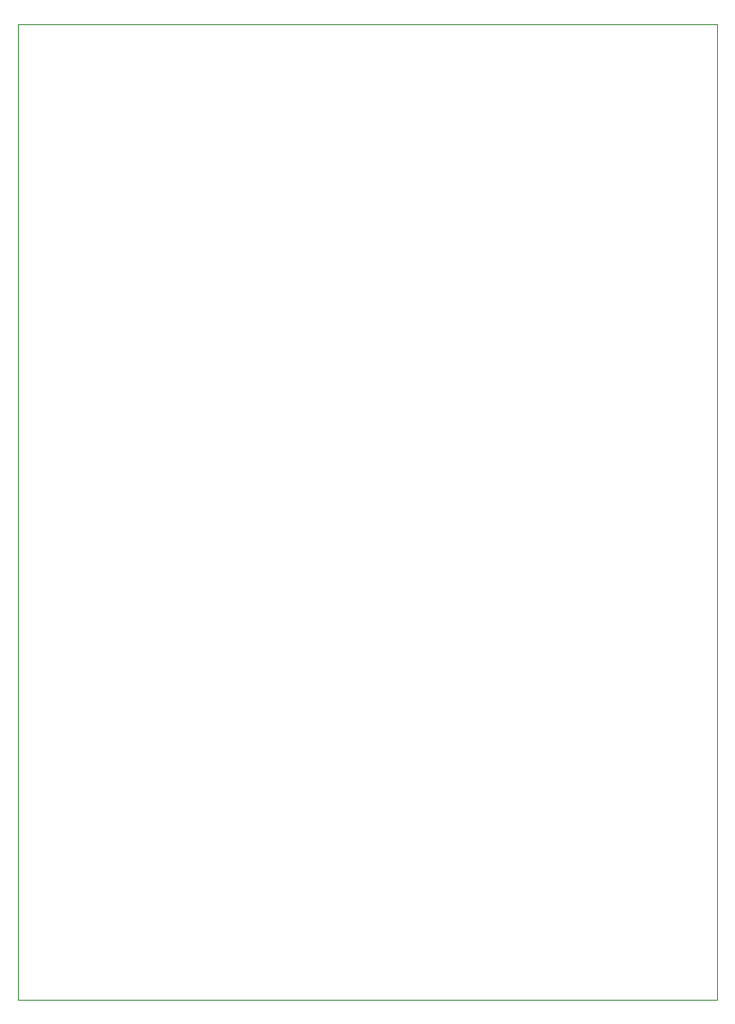
<source format=gbr>
G04 Layer_Color=0*
%FSLAX24Y24*%
%MOIN*%
%TF.FileFunction,Profile,NP*%
%TF.Part,Single*%
G01*
G75*
%TA.AperFunction,Profile*%
%ADD39C,0.0010*%
D39*
X10630Y11811D02*
X36614D01*
Y48032D01*
X10630D01*
Y11811D01*
%TF.MD5,9bcc29922c8c15ab5e76c7d2641235b1*%
M02*

</source>
